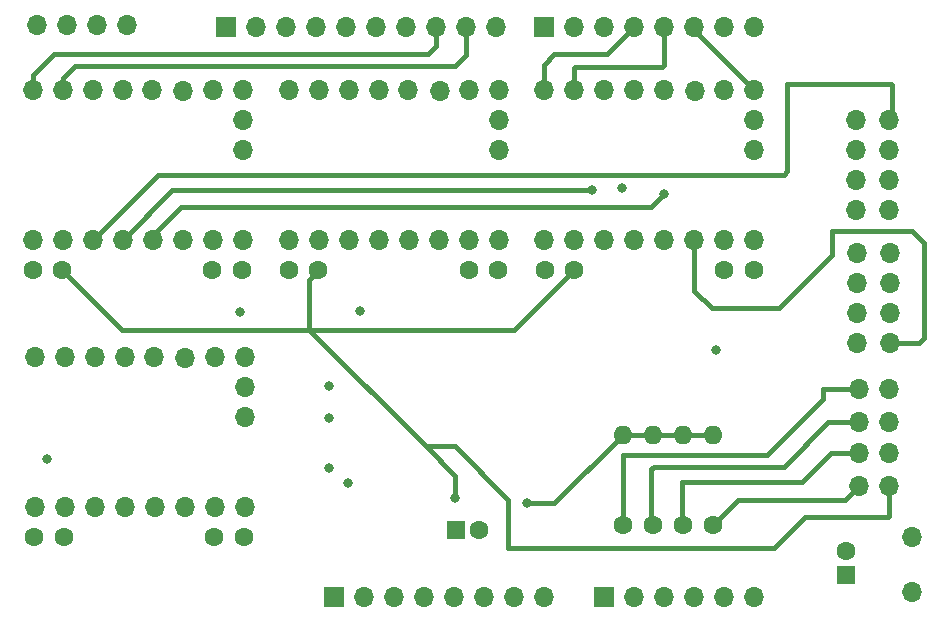
<source format=gbr>
%TF.GenerationSoftware,KiCad,Pcbnew,(6.0.6)*%
%TF.CreationDate,2022-07-08T17:20:42+08:00*%
%TF.ProjectId,Stepper,53746570-7065-4722-9e6b-696361645f70,rev?*%
%TF.SameCoordinates,Original*%
%TF.FileFunction,Copper,L3,Inr*%
%TF.FilePolarity,Positive*%
%FSLAX46Y46*%
G04 Gerber Fmt 4.6, Leading zero omitted, Abs format (unit mm)*
G04 Created by KiCad (PCBNEW (6.0.6)) date 2022-07-08 17:20:42*
%MOMM*%
%LPD*%
G01*
G04 APERTURE LIST*
%TA.AperFunction,ComponentPad*%
%ADD10R,1.700000X1.700000*%
%TD*%
%TA.AperFunction,ComponentPad*%
%ADD11O,1.700000X1.700000*%
%TD*%
%TA.AperFunction,ComponentPad*%
%ADD12C,1.600000*%
%TD*%
%TA.AperFunction,ComponentPad*%
%ADD13O,1.600000X1.600000*%
%TD*%
%TA.AperFunction,ComponentPad*%
%ADD14R,1.600000X1.600000*%
%TD*%
%TA.AperFunction,ViaPad*%
%ADD15C,0.800000*%
%TD*%
%TA.AperFunction,Conductor*%
%ADD16C,0.400000*%
%TD*%
G04 APERTURE END LIST*
D10*
%TO.N,unconnected-(J1-Pad1)*%
%TO.C,J1*%
X127940000Y-97460000D03*
D11*
%TO.N,/IOREF*%
X130480000Y-97460000D03*
%TO.N,/~{RESET}*%
X133020000Y-97460000D03*
%TO.N,+3V3*%
X135560000Y-97460000D03*
%TO.N,+5V*%
X138100000Y-97460000D03*
%TO.N,GND*%
X140640000Y-97460000D03*
X143180000Y-97460000D03*
%TO.N,VCC*%
X145720000Y-97460000D03*
%TD*%
D10*
%TO.N,/A0*%
%TO.C,J3*%
X150800000Y-97460000D03*
D11*
%TO.N,/A1*%
X153340000Y-97460000D03*
%TO.N,/A2*%
X155880000Y-97460000D03*
%TO.N,/A3*%
X158420000Y-97460000D03*
%TO.N,/SDA{slash}A4*%
X160960000Y-97460000D03*
%TO.N,/SCL{slash}A5*%
X163500000Y-97460000D03*
%TD*%
D10*
%TO.N,/SCL{slash}A5*%
%TO.C,J2*%
X118796000Y-49200000D03*
D11*
%TO.N,/SDA{slash}A4*%
X121336000Y-49200000D03*
%TO.N,/AREF*%
X123876000Y-49200000D03*
%TO.N,GND*%
X126416000Y-49200000D03*
%TO.N,/13*%
X128956000Y-49200000D03*
%TO.N,/12*%
X131496000Y-49200000D03*
%TO.N,/\u002A11*%
X134036000Y-49200000D03*
%TO.N,/\u002A10*%
X136576000Y-49200000D03*
%TO.N,/\u002A9*%
X139116000Y-49200000D03*
%TO.N,/8*%
X141656000Y-49200000D03*
%TD*%
D10*
%TO.N,/7*%
%TO.C,J4*%
X145720000Y-49200000D03*
D11*
%TO.N,/\u002A6*%
X148260000Y-49200000D03*
%TO.N,/\u002A5*%
X150800000Y-49200000D03*
%TO.N,/4*%
X153340000Y-49200000D03*
%TO.N,/\u002A3*%
X155880000Y-49200000D03*
%TO.N,/2*%
X158420000Y-49200000D03*
%TO.N,/TX{slash}1*%
X160960000Y-49200000D03*
%TO.N,/RX{slash}0*%
X163500000Y-49200000D03*
%TD*%
%TO.N,N/C*%
%TO.C,*%
X120200000Y-57040000D03*
%TD*%
%TO.N,N/C*%
%TO.C,*%
X134270000Y-67260000D03*
%TD*%
%TO.N,N/C*%
%TO.C,*%
X174900000Y-79860000D03*
%TD*%
%TO.N,N/C*%
%TO.C,*%
X134225799Y-54555827D03*
%TD*%
%TO.N,N/C*%
%TO.C,*%
X131730000Y-67260000D03*
%TD*%
%TO.N,N/C*%
%TO.C,*%
X104960000Y-67200000D03*
%TD*%
%TO.N,N/C*%
%TO.C,*%
X172360000Y-79860000D03*
%TD*%
%TO.N,N/C*%
%TO.C,*%
X117824201Y-77144173D03*
%TD*%
%TO.N,N/C*%
%TO.C,*%
X112700000Y-77140000D03*
%TD*%
%TO.N,N/C*%
%TO.C,*%
X158491710Y-54571710D03*
%TD*%
D12*
%TO.N,N/C*%
%TO.C,REF\u002A\u002A*%
X139350000Y-69800000D03*
X141850000Y-69800000D03*
%TD*%
D11*
%TO.N,N/C*%
%TO.C,*%
X117660000Y-67200000D03*
%TD*%
%TO.N,N/C*%
%TO.C,*%
X148260000Y-54500000D03*
%TD*%
%TO.N,N/C*%
%TO.C,*%
X175000000Y-75960000D03*
%TD*%
%TO.N,N/C*%
%TO.C,*%
X148260000Y-67200000D03*
%TD*%
%TO.N,N/C*%
%TO.C,*%
X172100000Y-59640000D03*
%TD*%
%TO.N,N/C*%
%TO.C,*%
X105124201Y-77144173D03*
%TD*%
%TO.N,N/C*%
%TO.C,*%
X120364201Y-82224173D03*
%TD*%
%TO.N,N/C*%
%TO.C,*%
X139350000Y-67260000D03*
%TD*%
%TO.N,N/C*%
%TO.C,*%
X120200000Y-54500000D03*
%TD*%
%TO.N,N/C*%
%TO.C,*%
X150800000Y-67200000D03*
%TD*%
%TO.N,N/C*%
%TO.C,*%
X172100000Y-57100000D03*
%TD*%
%TO.N,N/C*%
%TO.C,*%
X175000000Y-70880000D03*
%TD*%
%TO.N,N/C*%
%TO.C,*%
X145720000Y-67200000D03*
%TD*%
%TO.N,N/C*%
%TO.C,*%
X163500000Y-67200000D03*
%TD*%
%TO.N,N/C*%
%TO.C,*%
X175000000Y-73420000D03*
%TD*%
%TO.N,N/C*%
%TO.C,*%
X150800000Y-54500000D03*
%TD*%
%TO.N,N/C*%
%TO.C,*%
X163500000Y-59580000D03*
%TD*%
%TO.N,N/C*%
%TO.C,*%
X124110000Y-54560000D03*
%TD*%
%TO.N,N/C*%
%TO.C,*%
X120200000Y-59580000D03*
%TD*%
D12*
%TO.N,N/C*%
%TO.C,REF\u002A\u002A*%
X160960000Y-69740000D03*
X163460000Y-69740000D03*
%TD*%
%TO.N,N/C*%
%TO.C,REF\u002A\u002A*%
X160000000Y-91310000D03*
D13*
X160000000Y-83690000D03*
%TD*%
D11*
%TO.N,N/C*%
%TO.C,*%
X126650000Y-67260000D03*
%TD*%
%TO.N,N/C*%
%TO.C,*%
X115355911Y-77215883D03*
%TD*%
%TO.N,N/C*%
%TO.C,*%
X110040000Y-54500000D03*
%TD*%
%TO.N,N/C*%
%TO.C,*%
X115191710Y-54571710D03*
%TD*%
%TO.N,N/C*%
%TO.C,*%
X141890000Y-67260000D03*
%TD*%
%TO.N,N/C*%
%TO.C,*%
X102584201Y-77144173D03*
%TD*%
%TO.N,N/C*%
%TO.C,*%
X172380000Y-88060000D03*
%TD*%
%TO.N,N/C*%
%TO.C,*%
X172380000Y-85260000D03*
%TD*%
%TO.N,N/C*%
%TO.C,*%
X174900000Y-59640000D03*
%TD*%
%TO.N,N/C*%
%TO.C,*%
X107860000Y-49000000D03*
%TD*%
%TO.N,N/C*%
%TO.C,*%
X172100000Y-62180000D03*
%TD*%
%TO.N,N/C*%
%TO.C,*%
X129190000Y-67260000D03*
%TD*%
%TO.N,N/C*%
%TO.C,*%
X102584201Y-89844173D03*
%TD*%
%TO.N,N/C*%
%TO.C,*%
X160960000Y-67200000D03*
%TD*%
%TO.N,N/C*%
%TO.C,*%
X131730000Y-54560000D03*
%TD*%
D12*
%TO.N,N/C*%
%TO.C,R 10 K*%
X152380000Y-91310000D03*
D13*
X152380000Y-83690000D03*
%TD*%
D11*
%TO.N,N/C*%
%TO.C,*%
X105124201Y-89844173D03*
%TD*%
%TO.N,N/C*%
%TO.C,*%
X172200000Y-70900000D03*
%TD*%
%TO.N,N/C*%
%TO.C,*%
X153340000Y-67200000D03*
%TD*%
%TO.N,N/C*%
%TO.C,*%
X141890000Y-54560000D03*
%TD*%
%TO.N,N/C*%
%TO.C,*%
X120200000Y-67200000D03*
%TD*%
%TO.N,N/C*%
%TO.C,*%
X117824201Y-89844173D03*
%TD*%
D14*
%TO.N,N/C*%
%TO.C,REF\u002A\u002A*%
X138244888Y-91800000D03*
D12*
X140244888Y-91800000D03*
%TD*%
D11*
%TO.N,N/C*%
%TO.C,*%
X104960000Y-54500000D03*
%TD*%
D12*
%TO.N,N/C*%
%TO.C,REF\u002A\u002A*%
X154920000Y-91310000D03*
D13*
X154920000Y-83690000D03*
%TD*%
D11*
%TO.N,N/C*%
%TO.C,*%
X174920000Y-85260000D03*
%TD*%
%TO.N,N/C*%
%TO.C,*%
X102420000Y-54500000D03*
%TD*%
%TO.N,N/C*%
%TO.C,*%
X163500000Y-57040000D03*
%TD*%
%TO.N,N/C*%
%TO.C,*%
X172200000Y-68360000D03*
%TD*%
%TO.N,N/C*%
%TO.C,*%
X174900000Y-64720000D03*
%TD*%
%TO.N,N/C*%
%TO.C,*%
X136881710Y-54631710D03*
%TD*%
%TO.N,N/C*%
%TO.C,*%
X155880000Y-67200000D03*
%TD*%
%TO.N,N/C*%
%TO.C,*%
X174920000Y-88060000D03*
%TD*%
%TO.N,N/C*%
%TO.C,*%
X141890000Y-59640000D03*
%TD*%
D12*
%TO.N,N/C*%
%TO.C,REF\u002A\u002A*%
X157460000Y-91310000D03*
D13*
X157460000Y-83690000D03*
%TD*%
D11*
%TO.N,N/C*%
%TO.C,*%
X110040000Y-67200000D03*
%TD*%
%TO.N,N/C*%
%TO.C,*%
X136810000Y-67260000D03*
%TD*%
%TO.N,N/C*%
%TO.C,*%
X172200000Y-73440000D03*
%TD*%
%TO.N,N/C*%
%TO.C,*%
X174900000Y-57100000D03*
%TD*%
%TO.N,N/C*%
%TO.C,*%
X160960000Y-54500000D03*
%TD*%
%TO.N,N/C*%
%TO.C,*%
X115120000Y-67200000D03*
%TD*%
%TO.N,N/C*%
%TO.C,*%
X124110000Y-67260000D03*
%TD*%
%TO.N,N/C*%
%TO.C,*%
X120364201Y-89844173D03*
%TD*%
%TO.N,N/C*%
%TO.C,*%
X107664201Y-89844173D03*
%TD*%
%TO.N,N/C*%
%TO.C,*%
X129190000Y-54560000D03*
%TD*%
%TO.N,N/C*%
%TO.C,*%
X117660000Y-54500000D03*
%TD*%
%TO.N,N/C*%
%TO.C,*%
X155835799Y-54495827D03*
%TD*%
%TO.N,N/C*%
%TO.C,*%
X163500000Y-54500000D03*
%TD*%
%TO.N,N/C*%
%TO.C,*%
X174900000Y-62180000D03*
%TD*%
D12*
%TO.N,N/C*%
%TO.C,REF\u002A\u002A*%
X145760000Y-69740000D03*
X148260000Y-69740000D03*
%TD*%
D11*
%TO.N,GND*%
%TO.C,*%
X176900000Y-92400000D03*
%TD*%
%TO.N,N/C*%
%TO.C,*%
X115284201Y-89844173D03*
%TD*%
%TO.N,N/C*%
%TO.C,*%
X126650000Y-54560000D03*
%TD*%
D14*
%TO.N,N/C*%
%TO.C,C*%
X171300000Y-95555113D03*
D12*
X171300000Y-93555113D03*
%TD*%
D11*
%TO.N,N/C*%
%TO.C,*%
X112580000Y-67200000D03*
%TD*%
%TO.N,N/C*%
%TO.C,*%
X174920000Y-82660000D03*
%TD*%
D12*
%TO.N,N/C*%
%TO.C,REF\u002A\u002A*%
X124110000Y-69800000D03*
X126610000Y-69800000D03*
%TD*%
D11*
%TO.N,N/C*%
%TO.C,*%
X107500000Y-54500000D03*
%TD*%
%TO.N,N/C*%
%TO.C,*%
X110204201Y-77144173D03*
%TD*%
%TO.N,N/C*%
%TO.C,*%
X153340000Y-54500000D03*
%TD*%
%TO.N,VCC*%
%TO.C,*%
X176900000Y-97000000D03*
%TD*%
%TO.N,N/C*%
%TO.C,*%
X102420000Y-67200000D03*
%TD*%
%TO.N,N/C*%
%TO.C,*%
X110204201Y-89844173D03*
%TD*%
D12*
%TO.N,N/C*%
%TO.C,REF\u002A\u002A*%
X102540000Y-92380000D03*
X105040000Y-92380000D03*
%TD*%
D11*
%TO.N,N/C*%
%TO.C,*%
X172200000Y-75980000D03*
%TD*%
%TO.N,N/C*%
%TO.C,*%
X112744201Y-89844173D03*
%TD*%
%TO.N,N/C*%
%TO.C,*%
X107500000Y-67200000D03*
%TD*%
%TO.N,N/C*%
%TO.C,*%
X141890000Y-57100000D03*
%TD*%
%TO.N,N/C*%
%TO.C,*%
X172100000Y-64720000D03*
%TD*%
%TO.N,N/C*%
%TO.C,*%
X145720000Y-54500000D03*
%TD*%
%TO.N,N/C*%
%TO.C,*%
X120364201Y-79684173D03*
%TD*%
%TO.N,N/C*%
%TO.C,*%
X158420000Y-67200000D03*
%TD*%
D12*
%TO.N,N/C*%
%TO.C,REF\u002A\u002A*%
X117780000Y-92380000D03*
X120280000Y-92380000D03*
%TD*%
%TO.N,N/C*%
%TO.C,REF\u002A\u002A*%
X102446709Y-69771710D03*
X104946709Y-69771710D03*
%TD*%
D11*
%TO.N,N/C*%
%TO.C,*%
X110400000Y-49000000D03*
%TD*%
%TO.N,N/C*%
%TO.C,*%
X112535799Y-54495827D03*
%TD*%
%TO.N,N/C*%
%TO.C,*%
X175000000Y-68340000D03*
%TD*%
%TO.N,N/C*%
%TO.C,*%
X102780000Y-49000000D03*
%TD*%
%TO.N,N/C*%
%TO.C,*%
X120364201Y-77144173D03*
%TD*%
%TO.N,N/C*%
%TO.C,*%
X105320000Y-49000000D03*
%TD*%
%TO.N,N/C*%
%TO.C,*%
X172380000Y-82660000D03*
%TD*%
%TO.N,N/C*%
%TO.C,*%
X139350000Y-54560000D03*
%TD*%
%TO.N,N/C*%
%TO.C,*%
X107664201Y-77144173D03*
%TD*%
D12*
%TO.N,N/C*%
%TO.C,REF\u002A\u002A*%
X117615799Y-69740000D03*
X120115799Y-69740000D03*
%TD*%
D15*
%TO.N,*%
X144300000Y-89500000D03*
X127500000Y-86500000D03*
X152300000Y-62800000D03*
X129100000Y-87800000D03*
X160300000Y-76500000D03*
X120000000Y-73300000D03*
X155900000Y-63300000D03*
X130100000Y-73200000D03*
X149800000Y-63000000D03*
X127500000Y-79600000D03*
X127500000Y-82300000D03*
%TO.N,GND*%
X103600000Y-85800000D03*
%TO.N,+5V*%
X138200000Y-89100000D03*
%TD*%
D16*
%TO.N,+5V*%
X174920000Y-90580000D02*
X174920000Y-88060000D01*
X174800000Y-90700000D02*
X174920000Y-90580000D01*
X167800000Y-90700000D02*
X174800000Y-90700000D01*
X165200000Y-93300000D02*
X167800000Y-90700000D01*
X142700000Y-89200000D02*
X142700000Y-93300000D01*
X138200000Y-84700000D02*
X142700000Y-89200000D01*
X135700000Y-84700000D02*
X138200000Y-84700000D01*
X135700000Y-84700000D02*
X138200000Y-87200000D01*
X125800000Y-74800000D02*
X135700000Y-84700000D01*
X142700000Y-93300000D02*
X165200000Y-93300000D01*
%TO.N,/SCL{slash}A5*%
X171240000Y-89200000D02*
X172380000Y-88060000D01*
X162110000Y-89200000D02*
X171240000Y-89200000D01*
X160000000Y-91310000D02*
X162110000Y-89200000D01*
%TO.N,/SDA{slash}A4*%
X170040000Y-85260000D02*
X172380000Y-85260000D01*
X157400000Y-87700000D02*
X167600000Y-87700000D01*
X157400000Y-91250000D02*
X157400000Y-87700000D01*
X157460000Y-91310000D02*
X157400000Y-91250000D01*
X167600000Y-87700000D02*
X170040000Y-85260000D01*
%TO.N,/A3*%
X155000000Y-86400000D02*
X166000000Y-86400000D01*
X154800000Y-86600000D02*
X155000000Y-86400000D01*
X166000000Y-86400000D02*
X169740000Y-82660000D01*
X154800000Y-91190000D02*
X154800000Y-86600000D01*
X154920000Y-91310000D02*
X154800000Y-91190000D01*
X169740000Y-82660000D02*
X172380000Y-82660000D01*
%TO.N,/A2*%
X169300000Y-79800000D02*
X172300000Y-79800000D01*
X169300000Y-80700000D02*
X169300000Y-79800000D01*
X164600000Y-85400000D02*
X169300000Y-80700000D01*
X152400000Y-85400000D02*
X164600000Y-85400000D01*
X152400000Y-91290000D02*
X152400000Y-85400000D01*
X172300000Y-79800000D02*
X172360000Y-79860000D01*
X152380000Y-91310000D02*
X152400000Y-91290000D01*
%TO.N,GND*%
X146570000Y-89500000D02*
X152380000Y-83690000D01*
X144300000Y-89500000D02*
X146570000Y-89500000D01*
%TO.N,*%
X112580000Y-66820000D02*
X112580000Y-67200000D01*
X113000000Y-61700000D02*
X166000000Y-61700000D01*
X176900000Y-66500000D02*
X177900000Y-67500000D01*
X166300000Y-54000000D02*
X175100000Y-54000000D01*
X149800000Y-63000000D02*
X114240000Y-63000000D01*
X114240000Y-63000000D02*
X110040000Y-67200000D01*
X158420000Y-67200000D02*
X158420000Y-71520000D01*
X175200000Y-54100000D02*
X175200000Y-56800000D01*
X154800000Y-64400000D02*
X115000000Y-64400000D01*
X115000000Y-64400000D02*
X112580000Y-66820000D01*
X107500000Y-67200000D02*
X113000000Y-61700000D01*
X158420000Y-71520000D02*
X159900000Y-73000000D01*
X166000000Y-61700000D02*
X166300000Y-61400000D01*
X177900000Y-67500000D02*
X177900000Y-75500000D01*
X177440000Y-75960000D02*
X175000000Y-75960000D01*
X155900000Y-63300000D02*
X154800000Y-64400000D01*
X170100000Y-66500000D02*
X176900000Y-66500000D01*
X159900000Y-73000000D02*
X165600000Y-73000000D01*
X177900000Y-75500000D02*
X177440000Y-75960000D01*
%TO.N,GND*%
X152380000Y-83690000D02*
X160000000Y-83690000D01*
%TO.N,*%
X175200000Y-56800000D02*
X174900000Y-57100000D01*
X165600000Y-73000000D02*
X170100000Y-68500000D01*
X175100000Y-54000000D02*
X175200000Y-54100000D01*
X166300000Y-61400000D02*
X166300000Y-54000000D01*
X170100000Y-68500000D02*
X170100000Y-66500000D01*
%TO.N,+5V*%
X125800000Y-70610000D02*
X126610000Y-69800000D01*
X125800000Y-74800000D02*
X125800000Y-70610000D01*
X138200000Y-87200000D02*
X138200000Y-89100000D01*
X143200000Y-74800000D02*
X148260000Y-69740000D01*
X104946709Y-69771710D02*
X109974999Y-74800000D01*
X109974999Y-74800000D02*
X125800000Y-74800000D01*
X125800000Y-74800000D02*
X143200000Y-74800000D01*
%TO.N,/\u002A10*%
X104200000Y-51500000D02*
X135900000Y-51500000D01*
X136576000Y-50824000D02*
X136576000Y-49200000D01*
X102420000Y-53280000D02*
X104000000Y-51700000D01*
X135900000Y-51500000D02*
X136576000Y-50824000D01*
X102420000Y-54500000D02*
X102420000Y-53280000D01*
X104000000Y-51700000D02*
X104200000Y-51500000D01*
%TO.N,/\u002A9*%
X104960000Y-53540000D02*
X105700000Y-52800000D01*
X105700000Y-52800000D02*
X106000000Y-52500000D01*
X106000000Y-52500000D02*
X138200000Y-52500000D01*
X139116000Y-51584000D02*
X139116000Y-49200000D01*
X104960000Y-54500000D02*
X104960000Y-53540000D01*
X138200000Y-52500000D02*
X139116000Y-51584000D01*
%TO.N,/4*%
X151040000Y-51500000D02*
X146600000Y-51500000D01*
X145720000Y-52380000D02*
X145720000Y-54500000D01*
X153340000Y-49200000D02*
X151040000Y-51500000D01*
X146600000Y-51500000D02*
X145720000Y-52380000D01*
%TO.N,/2*%
X158420000Y-49200000D02*
X158420000Y-49420000D01*
X158420000Y-49420000D02*
X163500000Y-54500000D01*
%TO.N,/\u002A3*%
X148300000Y-52600000D02*
X148260000Y-52640000D01*
X148260000Y-52640000D02*
X148260000Y-54500000D01*
X155700000Y-52600000D02*
X148300000Y-52600000D01*
X155880000Y-52420000D02*
X155700000Y-52600000D01*
X155880000Y-49200000D02*
X155880000Y-52420000D01*
%TD*%
M02*

</source>
